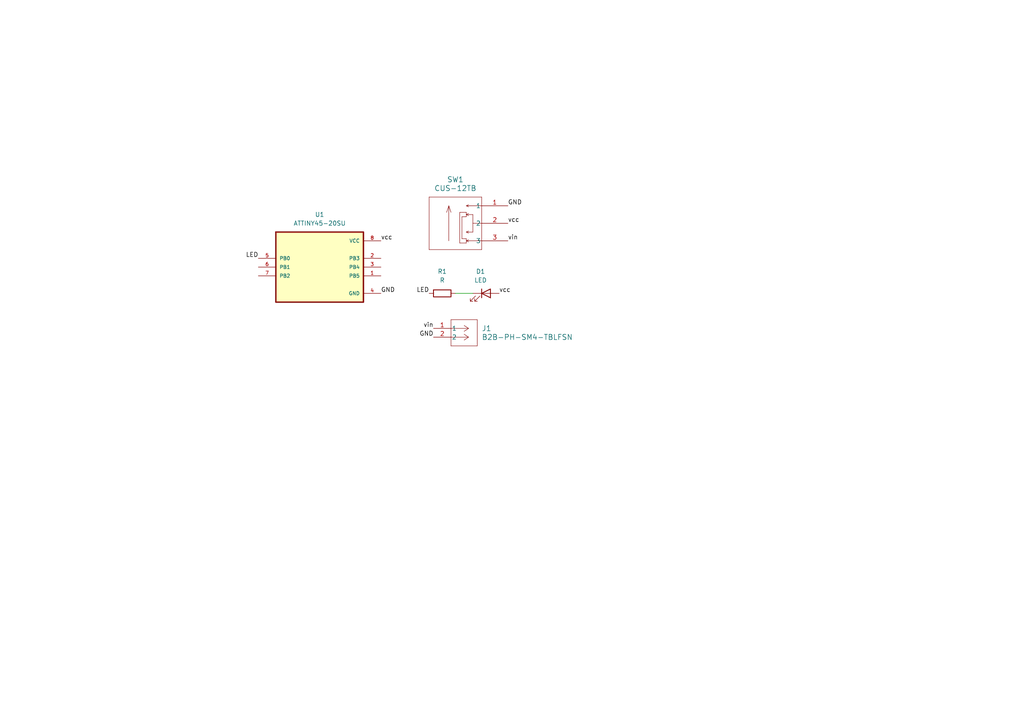
<source format=kicad_sch>
(kicad_sch (version 20230121) (generator eeschema)
  (paper "A4")
  (lib_symbols
    (symbol "Device:LED" (pin_numbers hide) (pin_names (offset 1.016) hide)
      (property "Reference" "D" (at 0 2.54 0))
      (property "Value" "LED" (at 0 -2.54 0))
      (symbol "LED_0_1"
        (polyline (pts (xy -1.27 -1.27) (xy -1.27 1.27)) (stroke (width 0.254)))
        (polyline (pts (xy -1.27 0) (xy 1.27 0)))
        (polyline (pts (xy 1.27 -1.27) (xy 1.27 1.27) (xy -1.27 0) (xy 1.27 -1.27)) (stroke (width 0.254)))
        (polyline (pts (xy -3.048 -0.762) (xy -4.572 -2.286) (xy -3.81 -2.286) (xy -4.572 -2.286) (xy -4.572 -1.524)))
        (polyline (pts (xy -1.778 -0.762) (xy -3.302 -2.286) (xy -2.54 -2.286) (xy -3.302 -2.286) (xy -3.302 -1.524)))
      )
      (symbol "LED_1_1"
        (pin passive line (at -3.81 0 0) (length 2.54) (name "K") (number "1"))
        (pin passive line (at 3.81 0 180) (length 2.54) (name "A") (number "2"))
      )
    )
    (symbol "Device:R" (pin_numbers hide) (pin_names (offset 0))
      (property "Reference" "R" (at 2.032 0 90))
      (property "Value" "R" (at 0 0 90))
      (symbol "R_0_1"
        (rectangle (start -1.016 -2.54) (end 1.016 2.54) (stroke (width 0.254)))
      )
      (symbol "R_1_1"
        (pin passive line (at 0 3.81 270) (length 1.27) (name "~") (number "1"))
        (pin passive line (at 0 -3.81 90) (length 1.27) (name "~") (number "2"))
      )
    )
    (symbol "esp_example_symbols:B2B-PH-SM4-TBLFSN" (pin_names (offset 0.254))
      (property "Reference" "J" (at 8.89 6.35 0))
      (property "Value" "B2B-PH-SM4-TBLFSN" (at 0 0 0))
      (symbol "B2B-PH-SM4-TBLFSN_1_1"
        (polyline (pts (xy 5.08 -5.08) (xy 12.7 -5.08)) (stroke (width 0.127)))
        (polyline (pts (xy 5.08 2.54) (xy 5.08 -5.08)) (stroke (width 0.127)))
        (polyline (pts (xy 10.16 -2.54) (xy 5.08 -2.54)) (stroke (width 0.127)))
        (polyline (pts (xy 10.16 -2.54) (xy 8.89 -3.3867)) (stroke (width 0.127)))
        (polyline (pts (xy 10.16 -2.54) (xy 8.89 -1.6933)) (stroke (width 0.127)))
        (polyline (pts (xy 10.16 0) (xy 5.08 0)) (stroke (width 0.127)))
        (polyline (pts (xy 10.16 0) (xy 8.89 -0.8467)) (stroke (width 0.127)))
        (polyline (pts (xy 10.16 0) (xy 8.89 0.8467)) (stroke (width 0.127)))
        (polyline (pts (xy 12.7 -5.08) (xy 12.7 2.54)) (stroke (width 0.127)))
        (polyline (pts (xy 12.7 2.54) (xy 5.08 2.54)) (stroke (width 0.127)))
        (pin unspecified line (at 0 0 0) (length 5.08) (name "1") (number "1"))
        (pin unspecified line (at 0 -2.54 0) (length 5.08) (name "2") (number "2"))
      )
      (symbol "B2B-PH-SM4-TBLFSN_1_2"
        (polyline (pts (xy 5.08 -5.08) (xy 12.7 -5.08)) (stroke (width 0.127)))
        (polyline (pts (xy 5.08 2.54) (xy 5.08 -5.08)) (stroke (width 0.127)))
        (polyline (pts (xy 7.62 -2.54) (xy 5.08 -2.54)) (stroke (width 0.127)))
        (polyline (pts (xy 7.62 -2.54) (xy 8.89 -3.3867)) (stroke (width 0.127)))
        (polyline (pts (xy 7.62 -2.54) (xy 8.89 -1.6933)) (stroke (width 0.127)))
        (polyline (pts (xy 7.62 0) (xy 5.08 0)) (stroke (width 0.127)))
        (polyline (pts (xy 7.62 0) (xy 8.89 -0.8467)) (stroke (width 0.127)))
        (polyline (pts (xy 7.62 0) (xy 8.89 0.8467)) (stroke (width 0.127)))
        (polyline (pts (xy 12.7 -5.08) (xy 12.7 2.54)) (stroke (width 0.127)))
        (polyline (pts (xy 12.7 2.54) (xy 5.08 2.54)) (stroke (width 0.127)))
        (pin unspecified line (at 0 0 0) (length 5.08) (name "1") (number "1"))
        (pin unspecified line (at 0 -2.54 0) (length 5.08) (name "2") (number "2"))
      )
    )
    (symbol "ubi:ATTINY45-20SU" (pin_names (offset 1.016))
      (property "Reference" "U" (at -12.7 11.16 0))
      (property "Value" "ATTINY45-20SU" (at -12.7 -14.16 0))
      (symbol "ATTINY45-20SU_0_0"
        (rectangle (start -12.7 -10.16) (end 12.7 10.16) (stroke (width 0.41)) (fill (type background)))
        (pin bidirectional line (at 17.78 -2.54 180) (length 5.08) (name "PB5") (number "1"))
        (pin bidirectional line (at 17.78 2.54 180) (length 5.08) (name "PB3") (number "2"))
        (pin bidirectional line (at 17.78 0 180) (length 5.08) (name "PB4") (number "3"))
        (pin power_in line (at 17.78 -7.62 180) (length 5.08) (name "GND") (number "4"))
        (pin bidirectional line (at -17.78 2.54 0) (length 5.08) (name "PB0") (number "5"))
        (pin bidirectional line (at -17.78 0 0) (length 5.08) (name "PB1") (number "6"))
        (pin bidirectional line (at -17.78 -2.54 0) (length 5.08) (name "PB2") (number "7"))
        (pin power_in line (at 17.78 7.62 180) (length 5.08) (name "VCC") (number "8"))
      )
    )
    (symbol "ubi:CUS-12TB" (pin_names (offset 0.254))
      (property "Reference" "SW" (at -15.24 10.16 0))
      (property "Value" "CUS-12TB" (at -20.32 7.62 0))
      (symbol "CUS-12TB_0_1"
        (polyline (pts (xy -22.86 -10.16) (xy -7.62 -10.16)) (stroke (width 0.127)))
        (polyline (pts (xy -22.86 5.08) (xy -22.86 -10.16)) (stroke (width 0.127)))
        (polyline (pts (xy -17.145 -7.62) (xy -17.145 2.54)) (stroke (width 0.127)))
        (polyline (pts (xy -17.145 2.54) (xy -17.78 0.635)) (stroke (width 0.127)))
        (polyline (pts (xy -17.145 2.54) (xy -16.51 0.635)) (stroke (width 0.127)))
        (polyline (pts (xy -13.97 -8.255) (xy -13.97 0.635)) (stroke (width 0.127)))
        (polyline (pts (xy -13.97 0.635) (xy -12.065 0.635)) (stroke (width 0.127)))
        (polyline (pts (xy -13.335 -6.985) (xy -12.065 -6.985)) (stroke (width 0.127)))
        (polyline (pts (xy -13.335 -0.635) (xy -13.335 -6.985)) (stroke (width 0.127)))
        (polyline (pts (xy -12.065 -8.255) (xy -13.97 -8.255)) (stroke (width 0.127)))
        (polyline (pts (xy -12.065 -7.62) (xy -11.43 -7.9375)) (stroke (width 0.127)))
        (polyline (pts (xy -12.065 -7.62) (xy -11.43 -7.3025)) (stroke (width 0.127)))
        (polyline (pts (xy -12.065 -6.985) (xy -12.065 -8.255)) (stroke (width 0.127)))
        (polyline (pts (xy -12.065 -5.08) (xy -11.43 -5.3975)) (stroke (width 0.127)))
        (polyline (pts (xy -12.065 -5.08) (xy -11.43 -4.7625)) (stroke (width 0.127)))
        (polyline (pts (xy -12.065 -5.08) (xy -10.16 -5.08)) (stroke (width 0.127)))
        (polyline (pts (xy -12.065 -0.635) (xy -13.335 -0.635)) (stroke (width 0.127)))
        (polyline (pts (xy -12.065 -0.635) (xy -12.065 0.635)) (stroke (width 0.127)))
        (polyline (pts (xy -12.065 0) (xy -11.43 -0.3175)) (stroke (width 0.127)))
        (polyline (pts (xy -12.065 0) (xy -11.43 0.3175)) (stroke (width 0.127)))
        (polyline (pts (xy -12.065 0) (xy -10.16 0)) (stroke (width 0.127)))
        (polyline (pts (xy -12.065 2.54) (xy -11.43 2.2225)) (stroke (width 0.127)))
        (polyline (pts (xy -12.065 2.54) (xy -11.43 2.8575)) (stroke (width 0.127)))
        (polyline (pts (xy -10.16 -5.08) (xy -10.16 0)) (stroke (width 0.127)))
        (polyline (pts (xy -7.62 -10.16) (xy -7.62 5.08)) (stroke (width 0.127)))
        (polyline (pts (xy -7.62 -7.62) (xy -12.065 -7.62)) (stroke (width 0.127)))
        (polyline (pts (xy -7.62 -2.54) (xy -10.16 -2.54)) (stroke (width 0.127)))
        (polyline (pts (xy -7.62 2.54) (xy -12.065 2.54)) (stroke (width 0.127)))
        (polyline (pts (xy -7.62 5.08) (xy -22.86 5.08)) (stroke (width 0.127)))
        (pin unspecified line (at 0 2.54 180) (length 7.62) (name "1") (number "1"))
        (pin unspecified line (at 0 -2.54 180) (length 7.62) (name "2") (number "2"))
        (pin unspecified line (at 0 -7.62 180) (length 7.62) (name "3") (number "3"))
      )
    )
  )
  (wire (pts (xy 132.08 85.09) (xy 137.16 85.09)))
  (label "vcc" (at 144.78 85.09 0))
  (label "GND" (at 110.49 85.09 0))
  (label "vin" (at 147.32 69.85 0))
  (label "GND" (at 147.32 59.69 0))
  (label "vin" (at 125.73 95.25 180))
  (label "vcc" (at 147.32 64.77 0))
  (label "LED" (at 124.46 85.09 180))
  (label "vcc" (at 110.49 69.85 0))
  (label "LED" (at 74.93 74.93 180))
  (label "GND" (at 125.73 97.79 180))
  (symbol (lib_id "Device:LED") (at 140.97 85.09 0) (unit 1)
    (property "Reference" "D1" (at 139.3825 78.74 0))
    (property "Value" "LED" (at 139.3825 81.28 0))
    (property "Footprint" "LED_SMD:LED_1206_3216Metric" (effects hide))
  )
  (symbol (lib_id "Device:R") (at 128.27 85.09 90) (unit 1)
    (property "Reference" "R1" (at 128.27 78.74 90))
    (property "Value" "R" (at 128.27 81.28 90))
    (property "Footprint" "Resistor_SMD:R_0805_2012Metric" (effects hide))
  )
  (symbol (lib_id "esp_example_symbols:B2B-PH-SM4-TBLFSN") (at 125.73 95.25 0) (unit 1)
    (property "Reference" "J1" (at 139.7 95.25 0) (effects (font (size 1.524 1.524)) (justify left)))
    (property "Value" "B2B-PH-SM4-TBLFSN" (at 139.7 97.79 0) (effects (font (size 1.524 1.524)) (justify left)))
    (property "Footprint" "esp_lib:B2B-PH-SM4-TBLFSN_JST" (effects hide))
    (property "Datasheet" "B2B-PH-SM4-TBLFSN" (effects hide))
  )
  (symbol (lib_id "ubi:CUS-12TB") (at 147.32 62.23 0) (unit 1)
    (property "Reference" "SW1" (at 132.08 52.07 0) (effects (font (size 1.524 1.524))))
    (property "Value" "CUS-12TB" (at 132.08 54.61 0) (effects (font (size 1.524 1.524))))
    (property "Footprint" "Library:CUS-12TB_NDC" (effects hide))
  )
  (symbol (lib_id "ubi:ATTINY45-20SU") (at 92.71 77.47 0) (unit 1)
    (property "Reference" "U1" (at 92.71 62.23 0))
    (property "Value" "ATTINY45-20SU" (at 92.71 64.77 0))
    (property "Footprint" "Library:SOIC127P794X202-8N" (effects hide))
  )
)
</source>
